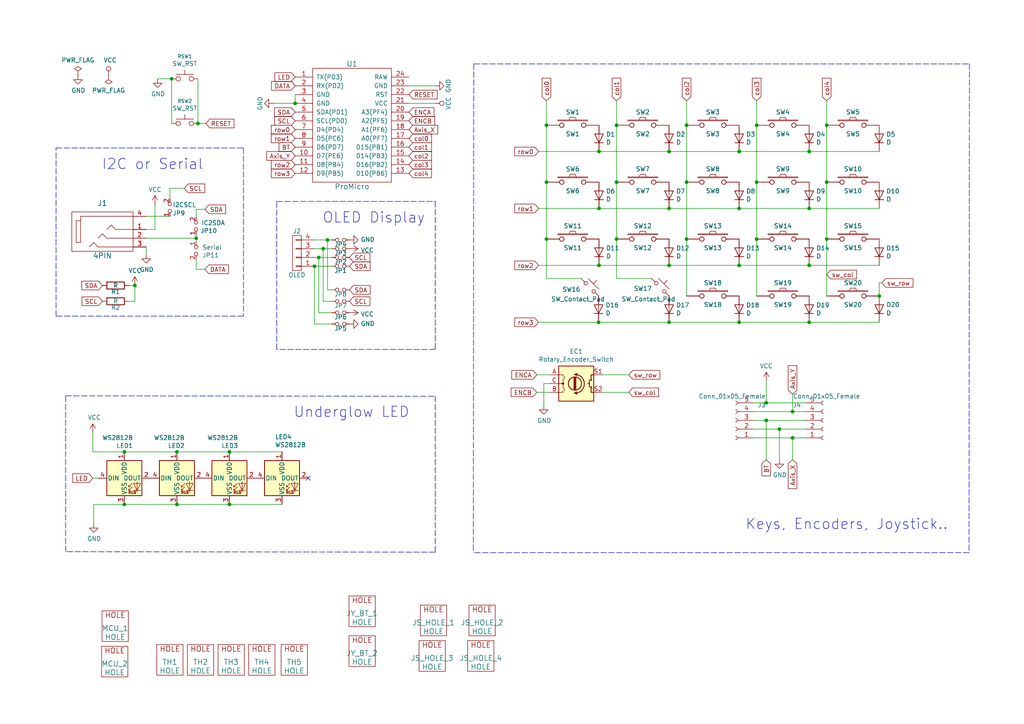
<source format=kicad_sch>
(kicad_sch (version 20211123) (generator eeschema)
  (paper "A4")
  (lib_symbols
    (symbol "Connector:Conn_01x05_Female" (pin_names (offset 1.016) hide)
      (property "Reference" "J" (at 0 7.62 0))
      (property "Value" "Conn_01x05_Female" (at 0 -7.62 0))
      (symbol "Conn_01x05_Female_1_1"
        (pin passive line (at -5.08 5.08 0) (length 3.81) (name "Pin_1") (number "1"))
        (pin passive line (at -5.08 2.54 0) (length 3.81) (name "Pin_2") (number "2"))
        (pin passive line (at -5.08 0 0) (length 3.81) (name "Pin_3") (number "3"))
        (pin passive line (at -5.08 -2.54 0) (length 3.81) (name "Pin_4") (number "4"))
        (pin passive line (at -5.08 -5.08 0) (length 3.81) (name "Pin_5") (number "5"))
      )
    )
    (symbol "Device:Jumper_NO_Small" (pin_numbers hide) (pin_names (offset 0.762) hide)
      (property "Reference" "JP" (at 0 2.032 0))
      (property "Value" "Device_Jumper_NO_Small" (at 0.254 -1.524 0))
      (symbol "Jumper_NO_Small_0_1"
        (pin passive line (at -2.54 0 0) (length 1.016) (name "1") (number "1"))
        (pin passive line (at 2.54 0 180) (length 1.016) (name "2") (number "2"))
      )
    )
    (symbol "Device:Rotary_Encoder_Switch" (pin_names (offset 0.254) hide)
      (property "Reference" "SW" (at 0 6.604 0))
      (property "Value" "Device_Rotary_Encoder_Switch" (at 0 -6.604 0))
      (symbol "Rotary_Encoder_Switch_1_1"
        (pin passive line (at -7.62 2.54 0) (length 2.54) (name "A") (number "A"))
        (pin passive line (at -7.62 -2.54 0) (length 2.54) (name "B") (number "B"))
        (pin passive line (at -7.62 0 0) (length 2.54) (name "C") (number "C"))
        (pin passive line (at 7.62 2.54 180) (length 2.54) (name "S1") (number "S1"))
        (pin passive line (at 7.62 -2.54 180) (length 2.54) (name "S2") (number "S2"))
      )
    )
    (symbol "Jumper_NO_Small_1" (pin_names (offset 0.762) hide)
      (property "Reference" "JP" (at 0 2.032 0))
      (property "Value" "Jumper_NO_Small_1" (at 0.254 -1.524 0))
      (symbol "Jumper_NO_Small_1_0_1"
        (pin passive line (at -2.54 0 0) (length 1.016) (name "1") (number "1"))
        (pin passive line (at 2.54 0 180) (length 1.016) (name "2") (number "2"))
      )
    )
    (symbol "Jumper_NO_Small_2" (pin_names (offset 0.762) hide)
      (property "Reference" "JP" (at 0 2.032 0))
      (property "Value" "Jumper_NO_Small_2" (at 0.254 -1.524 0))
      (symbol "Jumper_NO_Small_2_0_1"
        (pin passive line (at -2.54 0 0) (length 1.016) (name "1") (number "1"))
        (pin passive line (at 2.54 0 180) (length 1.016) (name "2") (number "2"))
      )
    )
    (symbol "Jumper_NO_Small_3" (pin_names (offset 0.762) hide)
      (property "Reference" "JP" (at 0 2.032 0))
      (property "Value" "Jumper_NO_Small_3" (at 0.254 -1.524 0))
      (symbol "Jumper_NO_Small_3_0_1"
        (pin passive line (at -2.54 0 0) (length 1.016) (name "1") (number "1"))
        (pin passive line (at 2.54 0 180) (length 1.016) (name "2") (number "2"))
      )
    )
    (symbol "LED:WS2812B" (pin_names (offset 0.254))
      (property "Reference" "D" (at 5.08 5.715 0))
      (property "Value" "WS2812B" (at 1.27 -5.715 0))
      (symbol "WS2812B_0_0"
        (text "RGB" (at 2.286 -4.191 0) (effects (font (size 0.762 0.762))))
      )
      (symbol "WS2812B_1_1"
        (pin power_in line (at 0 7.62 270) (length 2.54) (name "VDD") (number "1"))
        (pin output line (at 7.62 0 180) (length 2.54) (name "DOUT") (number "2"))
        (pin power_in line (at 0 -7.62 90) (length 2.54) (name "VSS") (number "3"))
        (pin input line (at -7.62 0 0) (length 2.54) (name "DIN") (number "4"))
      )
    )
    (symbol "SofleKeyboard-rescue:D-Lily58-cache-Lily58_Pro-rescue" (pin_numbers hide) (pin_names (offset 1.016) hide)
      (property "Reference" "D" (at 0 2.54 0))
      (property "Value" "D-Lily58-cache-Lily58_Pro-rescue" (at 0 -2.54 0))
      (symbol "D-Lily58-cache-Lily58_Pro-rescue_1_1"
        (pin passive line (at -3.81 0 0) (length 2.54) (name "K") (number "1"))
        (pin passive line (at 3.81 0 180) (length 2.54) (name "A") (number "2"))
      )
    )
    (symbol "SofleKeyboard-rescue:GND-Lily58-cache-Lily58_Pro-rescue" (power) (pin_names (offset 0))
      (property "Value" "GND-Lily58-cache-Lily58_Pro-rescue" (at 0 -3.81 0))
      (symbol "GND-Lily58-cache-Lily58_Pro-rescue_1_1"
        (pin power_in line (at 0 0 0) (length 0) hide (name "GND") (number "1"))
      )
    )
    (symbol "SofleKeyboard-rescue:HOLE-Lily58-cache-Lily58_Pro-rescue" (pin_names (offset 1.016))
      (property "Reference" "U" (at 0 0 0))
      (property "Value" "HOLE-Lily58-cache-Lily58_Pro-rescue" (at 0 -5.08 0))
      (symbol "HOLE-Lily58-cache-Lily58_Pro-rescue_0_0"
        (text "HOLE" (at 0 3.81 0) (effects (font (size 1.524 1.524))))
      )
    )
    (symbol "SofleKeyboard-rescue:MJ-4PP-9-Lily58-cache-Lily58_Pro-rescue" (pin_names (offset 1.016))
      (property "Reference" "J" (at -8.89 -7.62 0))
      (property "Value" "MJ-4PP-9-Lily58-cache-Lily58_Pro-rescue" (at -3.81 6.35 0))
      (symbol "MJ-4PP-9-Lily58-cache-Lily58_Pro-rescue_1_1"
        (pin passive line (at 11.43 0 180) (length 3.81) (name "~") (number "1"))
        (pin passive line (at 11.43 -2.54 180) (length 3.81) (name "~") (number "2"))
        (pin passive line (at 11.43 -5.08 180) (length 3.81) (name "~") (number "3"))
        (pin passive line (at 11.43 3.81 180) (length 3.81) (name "~") (number "4"))
      )
    )
    (symbol "SofleKeyboard-rescue:OLED-Lily58-cache-Lily58_Pro-rescue" (pin_names (offset 1.016) hide)
      (property "Reference" "J" (at 0 6.35 0))
      (property "Value" "OLED-Lily58-cache-Lily58_Pro-rescue" (at 2.54 0 90))
      (symbol "OLED-Lily58-cache-Lily58_Pro-rescue_1_1"
        (pin passive line (at -5.08 3.81 0) (length 3.81) (name "P1") (number "1"))
        (pin passive line (at -5.08 1.27 0) (length 3.81) (name "P2") (number "2"))
        (pin passive line (at -5.08 -1.27 0) (length 3.81) (name "P3") (number "3"))
        (pin passive line (at -5.08 -3.81 0) (length 3.81) (name "P4") (number "4"))
      )
    )
    (symbol "SofleKeyboard-rescue:PWR_FLAG-Lily58-cache-Lily58_Pro-rescue" (power) (pin_numbers hide) (pin_names (offset 0) hide)
      (property "Value" "PWR_FLAG-Lily58-cache-Lily58_Pro-rescue" (at 0 3.81 0))
      (symbol "PWR_FLAG-Lily58-cache-Lily58_Pro-rescue_0_0"
        (pin power_out line (at 0 0 90) (length 0) (name "pwr") (number "1"))
      )
    )
    (symbol "SofleKeyboard-rescue:ProMicro_2-Lily58-cache-Lily58_Pro-rescue" (pin_names (offset 1.016))
      (property "Reference" "U" (at 0 17.78 0))
      (property "Value" "ProMicro_2-Lily58-cache-Lily58_Pro-rescue" (at 0 -17.78 0))
      (symbol "ProMicro_2-Lily58-cache-Lily58_Pro-rescue_1_1"
        (pin input line (at -16.51 13.97 0) (length 5.08) (name "TX(PD3)") (number "1"))
        (pin input line (at -16.51 -8.89 0) (length 5.08) (name "D7(PE6)") (number "10"))
        (pin input line (at -16.51 -11.43 0) (length 5.08) (name "D8(PB4)") (number "11"))
        (pin input line (at -16.51 -13.97 0) (length 5.08) (name "D9(PB5)") (number "12"))
        (pin input line (at 16.51 -13.97 180) (length 5.08) (name "D10(PB6)") (number "13"))
        (pin input line (at 16.51 -11.43 180) (length 5.08) (name "D16(PB2)") (number "14"))
        (pin input line (at 16.51 -8.89 180) (length 5.08) (name "D14(PB3)") (number "15"))
        (pin input line (at 16.51 -6.35 180) (length 5.08) (name "D15(PB1)") (number "16"))
        (pin input line (at 16.51 -3.81 180) (length 5.08) (name "A0(PF7)") (number "17"))
        (pin input line (at 16.51 -1.27 180) (length 5.08) (name "A1(PF6)") (number "18"))
        (pin input line (at 16.51 1.27 180) (length 5.08) (name "A2(PF5)") (number "19"))
        (pin input line (at -16.51 11.43 0) (length 5.08) (name "RX(PD2)") (number "2"))
        (pin input line (at 16.51 3.81 180) (length 5.08) (name "A3(PF4)") (number "20"))
        (pin input line (at 16.51 6.35 180) (length 5.08) (name "VCC") (number "21"))
        (pin input line (at 16.51 8.89 180) (length 5.08) (name "RST") (number "22"))
        (pin input line (at 16.51 11.43 180) (length 5.08) (name "GND") (number "23"))
        (pin input line (at 16.51 13.97 180) (length 5.08) (name "RAW") (number "24"))
        (pin input line (at -16.51 8.89 0) (length 5.08) (name "GND") (number "3"))
        (pin input line (at -16.51 6.35 0) (length 5.08) (name "GND") (number "4"))
        (pin input line (at -16.51 3.81 0) (length 5.08) (name "SDA(PD1)") (number "5"))
        (pin input line (at -16.51 1.27 0) (length 5.08) (name "SCL(PD0)") (number "6"))
        (pin input line (at -16.51 -1.27 0) (length 5.08) (name "D4(PD4)") (number "7"))
        (pin input line (at -16.51 -3.81 0) (length 5.08) (name "D5(PC6)") (number "8"))
        (pin input line (at -16.51 -6.35 0) (length 5.08) (name "D6(PD7)") (number "9"))
      )
    )
    (symbol "SofleKeyboard-rescue:R-Lily58-cache-Lily58_Pro-rescue" (pin_numbers hide) (pin_names (offset 0))
      (property "Reference" "R" (at 0 0 90))
      (property "Value" "R-Lily58-cache-Lily58_Pro-rescue" (at -2.54 0 90))
      (symbol "R-Lily58-cache-Lily58_Pro-rescue_1_1"
        (pin passive line (at 0 3.81 270) (length 1.27) (name "~") (number "1"))
        (pin passive line (at 0 -3.81 90) (length 1.27) (name "~") (number "2"))
      )
    )
    (symbol "SofleKeyboard-rescue:SW_PUSH-Lily58-cache-Lily58_Pro-rescue" (pin_numbers hide) (pin_names (offset 1.016) hide)
      (property "Reference" "SW" (at 3.81 2.794 0))
      (property "Value" "SW_PUSH-Lily58-cache-Lily58_Pro-rescue" (at 0 -2.032 0))
      (symbol "SW_PUSH-Lily58-cache-Lily58_Pro-rescue_0_1"
        (pin passive inverted (at -7.62 0 0) (length 5.08) (name "1") (number "1"))
        (pin passive inverted (at 7.62 0 180) (length 5.08) (name "2") (number "2"))
      )
    )
    (symbol "SofleKeyboard-rescue:SW_RST-Lily58-cache-Lily58_Pro-rescue" (pin_numbers hide) (pin_names (offset 1.016) hide)
      (property "Reference" "RSW" (at 2.54 2.54 0))
      (property "Value" "SW_RST-Lily58-cache-Lily58_Pro-rescue" (at 0 -2.54 0))
      (symbol "SW_RST-Lily58-cache-Lily58_Pro-rescue_0_1"
        (pin passive inverted (at -3.81 0 0) (length 2.54) (name "1") (number "1"))
        (pin passive inverted (at 3.81 0 180) (length 2.54) (name "2") (number "2"))
      )
    )
    (symbol "SofleKeyboard-rescue:VCC-Lily58-cache-Lily58_Pro-rescue" (power) (pin_names (offset 0))
      (property "Value" "VCC-Lily58-cache-Lily58_Pro-rescue" (at 0 3.81 0))
      (symbol "VCC-Lily58-cache-Lily58_Pro-rescue_1_1"
        (pin power_in line (at 0 0 90) (length 0) hide (name "VCC") (number "1"))
      )
    )
    (symbol "Switch:SW_Push_45deg" (pin_numbers hide) (pin_names (offset 1.016) hide)
      (property "Reference" "SW" (at 3.048 1.016 0))
      (property "Value" "SW_Push_45deg" (at 0 -3.81 0))
      (symbol "SW_Push_45deg_0_1"
        (pin passive line (at -2.54 2.54 0) (length 0) (name "1") (number "1"))
        (pin passive line (at 2.54 -2.54 180) (length 0) (name "2") (number "2"))
      )
    )
    (symbol "power:GND" (power) (pin_names (offset 0))
      (property "Value" "GND" (at 0 -3.81 0))
      (symbol "GND_1_1"
        (pin power_in line (at 0 0 270) (length 0) hide (name "GND") (number "1"))
      )
    )
    (symbol "power:VCC" (power) (pin_names (offset 0))
      (property "Value" "VCC" (at 0 3.81 0))
      (symbol "VCC_1_1"
        (pin power_in line (at 0 0 90) (length 0) hide (name "VCC") (number "1"))
      )
    )
  )
  (junction (at 49.784 22.86))
  (junction (at 92.456 74.676))
  (junction (at 219.456 52.832))
  (junction (at 94.996 69.596))
  (junction (at 173.736 76.962))
  (junction (at 93.726 72.136))
  (junction (at 214.376 93.472))
  (junction (at 173.736 43.942))
  (junction (at 158.496 52.832))
  (junction (at 239.776 36.322))
  (junction (at 66.548 131.064))
  (junction (at 173.736 60.452))
  (junction (at 194.056 60.452))
  (junction (at 239.776 69.342))
  (junction (at 39.116 82.804))
  (junction (at 234.696 43.942))
  (junction (at 51.308 131.064))
  (junction (at 239.776 52.832))
  (junction (at 199.136 69.342))
  (junction (at 214.376 43.942))
  (junction (at 199.136 52.832))
  (junction (at 66.548 146.304))
  (junction (at 178.816 52.832))
  (junction (at 51.308 146.304))
  (junction (at 36.068 131.064))
  (junction (at 85.598 29.972))
  (junction (at 219.456 69.342))
  (junction (at 234.696 60.452))
  (junction (at 57.404 35.814))
  (junction (at 222.25 121.92))
  (junction (at 36.068 146.304))
  (junction (at 194.056 93.472))
  (junction (at 229.87 119.38))
  (junction (at 178.816 36.322))
  (junction (at 234.696 93.472))
  (junction (at 214.376 76.962))
  (junction (at 194.056 43.942))
  (junction (at 214.376 60.452))
  (junction (at 158.496 69.342))
  (junction (at 219.456 36.322))
  (junction (at 178.816 69.342))
  (junction (at 56.896 69.088))
  (junction (at 158.496 36.322))
  (junction (at 194.056 76.962))
  (junction (at 226.06 124.46))
  (junction (at 234.696 76.962))
  (junction (at 91.186 77.216))
  (junction (at 199.136 36.322))
  (junction (at 173.609 93.472))
  (junction (at 255.016 85.852))
  (junction (at 222.25 116.84))
  (junction (at 229.87 127))
  (no_connect (at 89.408 138.684))
  (wire (pts (xy 178.816 69.342) (xy 178.816 80.772)))
  (wire (pts (xy 173.736 76.962) (xy 194.056 76.962)))
  (wire (pts (xy 157.734 117.602) (xy 157.734 111.252)))
  (polyline (pts (xy 137.414 18.542) (xy 281.178 18.542)))
  (wire (pts (xy 178.816 29.21) (xy 178.816 36.322)))
  (wire (pts (xy 188.976 80.772) (xy 178.816 80.772)))
  (wire (pts (xy 158.496 29.21) (xy 158.496 36.322)))
  (wire (pts (xy 155.702 108.712) (xy 159.512 108.712)))
  (wire (pts (xy 56.896 70.104) (xy 56.896 69.088)))
  (wire (pts (xy 57.404 35.814) (xy 59.69 35.814)))
  (wire (pts (xy 155.702 113.792) (xy 159.512 113.792)))
  (wire (pts (xy 214.376 60.452) (xy 234.696 60.452)))
  (wire (pts (xy 92.456 74.676) (xy 92.456 90.678)))
  (wire (pts (xy 156.21 43.942) (xy 173.736 43.942)))
  (wire (pts (xy 218.44 127) (xy 229.87 127)))
  (wire (pts (xy 229.87 119.38) (xy 233.68 119.38)))
  (wire (pts (xy 255.778 82.042) (xy 255.016 82.042)))
  (wire (pts (xy 94.996 84.074) (xy 96.266 84.074)))
  (wire (pts (xy 56.896 69.088) (xy 56.896 68.072)))
  (wire (pts (xy 214.376 76.962) (xy 234.696 76.962)))
  (wire (pts (xy 173.736 43.942) (xy 194.056 43.942)))
  (wire (pts (xy 85.598 29.972) (xy 79.248 29.972)))
  (polyline (pts (xy 16.256 42.926) (xy 70.612 42.926)))
  (wire (pts (xy 199.136 69.342) (xy 199.136 85.852)))
  (polyline (pts (xy 16.256 91.694) (xy 16.256 42.926)))
  (wire (pts (xy 91.186 69.596) (xy 94.996 69.596)))
  (wire (pts (xy 36.068 146.304) (xy 51.308 146.304)))
  (polyline (pts (xy 126.238 160.147) (xy 19.05 160.02)))
  (wire (pts (xy 37.338 87.376) (xy 39.116 87.376)))
  (wire (pts (xy 66.548 131.064) (xy 51.308 131.064)))
  (wire (pts (xy 234.696 60.452) (xy 255.016 60.452)))
  (polyline (pts (xy 126.238 101.346) (xy 80.264 101.346)))
  (polyline (pts (xy 281.178 18.542) (xy 281.051 160.274)))
  (wire (pts (xy 255.016 82.042) (xy 255.016 85.852)))
  (wire (pts (xy 234.696 93.472) (xy 255.016 93.472)))
  (polyline (pts (xy 70.612 42.926) (xy 70.612 91.694)))
  (wire (pts (xy 218.44 119.38) (xy 229.87 119.38)))
  (wire (pts (xy 158.496 52.832) (xy 158.496 69.342)))
  (wire (pts (xy 194.056 43.942) (xy 214.376 43.942)))
  (wire (pts (xy 194.056 60.452) (xy 214.376 60.452)))
  (wire (pts (xy 56.896 78.105) (xy 56.896 75.184)))
  (polyline (pts (xy 70.612 91.694) (xy 16.256 91.694)))
  (wire (pts (xy 26.924 138.684) (xy 28.448 138.684)))
  (polyline (pts (xy 80.264 58.42) (xy 126.238 58.42)))
  (wire (pts (xy 178.816 52.832) (xy 178.816 69.342)))
  (wire (pts (xy 93.726 87.376) (xy 96.266 87.376)))
  (wire (pts (xy 178.816 36.322) (xy 178.816 52.832)))
  (polyline (pts (xy 19.05 160.02) (xy 19.05 114.808)))
  (wire (pts (xy 218.44 124.46) (xy 226.06 124.46)))
  (wire (pts (xy 66.548 146.304) (xy 81.788 146.304)))
  (wire (pts (xy 118.618 24.892) (xy 126.238 24.892)))
  (wire (pts (xy 91.186 74.676) (xy 92.456 74.676)))
  (wire (pts (xy 91.186 93.98) (xy 96.266 93.98)))
  (wire (pts (xy 168.529 80.772) (xy 158.496 80.772)))
  (wire (pts (xy 44.958 66.548) (xy 44.958 59.309)))
  (wire (pts (xy 199.136 29.21) (xy 199.136 36.322)))
  (polyline (pts (xy 281.051 160.274) (xy 137.287 160.274)))
  (wire (pts (xy 42.418 71.628) (xy 42.418 73.787)))
  (wire (pts (xy 239.776 29.21) (xy 239.776 36.322)))
  (wire (pts (xy 156.21 60.452) (xy 173.736 60.452)))
  (wire (pts (xy 222.25 121.92) (xy 222.25 133.35)))
  (wire (pts (xy 222.25 110.49) (xy 222.25 116.84)))
  (wire (pts (xy 158.496 36.322) (xy 158.496 52.832)))
  (wire (pts (xy 173.609 93.472) (xy 194.056 93.472)))
  (wire (pts (xy 234.696 43.942) (xy 255.016 43.942)))
  (wire (pts (xy 49.276 54.61) (xy 49.276 57.658)))
  (polyline (pts (xy 137.414 18.542) (xy 137.287 160.274)))
  (wire (pts (xy 26.924 131.064) (xy 36.068 131.064)))
  (wire (pts (xy 239.776 69.342) (xy 239.776 85.852)))
  (wire (pts (xy 37.338 82.804) (xy 39.116 82.804)))
  (wire (pts (xy 91.186 77.216) (xy 91.186 93.98)))
  (wire (pts (xy 27.178 146.304) (xy 36.068 146.304)))
  (polyline (pts (xy 126.238 114.935) (xy 126.238 160.147)))
  (wire (pts (xy 51.308 131.064) (xy 36.068 131.064)))
  (wire (pts (xy 229.87 114.3) (xy 229.87 119.38)))
  (wire (pts (xy 199.136 52.832) (xy 199.136 69.342)))
  (wire (pts (xy 234.696 76.962) (xy 255.016 76.962)))
  (wire (pts (xy 229.87 127) (xy 233.68 127)))
  (wire (pts (xy 93.726 72.136) (xy 93.726 87.376)))
  (wire (pts (xy 91.186 72.136) (xy 93.726 72.136)))
  (wire (pts (xy 219.456 36.322) (xy 219.456 52.832)))
  (wire (pts (xy 51.308 146.304) (xy 66.548 146.304)))
  (wire (pts (xy 39.116 87.376) (xy 39.116 82.804)))
  (wire (pts (xy 156.21 76.962) (xy 173.736 76.962)))
  (wire (pts (xy 27.178 146.304) (xy 27.178 151.892)))
  (wire (pts (xy 157.734 111.252) (xy 159.512 111.252)))
  (polyline (pts (xy 19.05 114.808) (xy 126.238 114.935)))
  (wire (pts (xy 94.996 69.596) (xy 96.266 69.596)))
  (wire (pts (xy 93.726 72.136) (xy 96.266 72.136)))
  (wire (pts (xy 26.924 125.476) (xy 26.924 131.064)))
  (wire (pts (xy 226.06 124.46) (xy 226.06 133.35)))
  (wire (pts (xy 226.06 124.46) (xy 233.68 124.46)))
  (wire (pts (xy 59.436 60.706) (xy 56.896 60.706)))
  (wire (pts (xy 219.456 69.342) (xy 219.456 85.852)))
  (wire (pts (xy 92.456 74.676) (xy 96.266 74.676)))
  (wire (pts (xy 85.598 27.432) (xy 85.598 29.972)))
  (wire (pts (xy 49.784 35.814) (xy 49.784 22.86)))
  (wire (pts (xy 222.25 116.84) (xy 233.68 116.84)))
  (wire (pts (xy 214.376 43.942) (xy 234.696 43.942)))
  (wire (pts (xy 118.618 29.972) (xy 126.238 29.972)))
  (wire (pts (xy 156.21 93.472) (xy 173.609 93.472)))
  (wire (pts (xy 96.266 77.216) (xy 91.186 77.216)))
  (wire (pts (xy 42.418 69.088) (xy 56.896 69.088)))
  (wire (pts (xy 174.752 108.712) (xy 182.372 108.712)))
  (wire (pts (xy 173.736 60.452) (xy 194.056 60.452)))
  (wire (pts (xy 194.056 93.472) (xy 214.376 93.472)))
  (wire (pts (xy 229.87 127) (xy 229.87 133.35)))
  (wire (pts (xy 222.25 121.92) (xy 233.68 121.92)))
  (wire (pts (xy 56.896 60.706) (xy 56.896 62.992)))
  (wire (pts (xy 174.752 113.792) (xy 182.372 113.792)))
  (polyline (pts (xy 126.238 58.42) (xy 126.238 101.346)))
  (wire (pts (xy 239.776 36.322) (xy 239.776 52.832)))
  (wire (pts (xy 219.456 29.21) (xy 219.456 36.322)))
  (wire (pts (xy 94.996 69.596) (xy 94.996 84.074)))
  (wire (pts (xy 42.418 62.738) (xy 49.276 62.738)))
  (wire (pts (xy 59.436 78.105) (xy 56.896 78.105)))
  (polyline (pts (xy 80.264 101.346) (xy 80.264 58.42)))
  (wire (pts (xy 239.776 52.832) (xy 239.776 69.342)))
  (wire (pts (xy 42.418 66.548) (xy 44.958 66.548)))
  (wire (pts (xy 194.056 76.962) (xy 214.376 76.962)))
  (wire (pts (xy 45.72 22.86) (xy 49.784 22.86)))
  (wire (pts (xy 57.404 22.86) (xy 57.404 35.814)))
  (wire (pts (xy 199.136 36.322) (xy 199.136 52.832)))
  (wire (pts (xy 218.44 116.84) (xy 222.25 116.84)))
  (wire (pts (xy 218.44 121.92) (xy 222.25 121.92)))
  (wire (pts (xy 214.376 93.472) (xy 234.696 93.472)))
  (wire (pts (xy 81.788 131.064) (xy 66.548 131.064)))
  (wire (pts (xy 53.467 54.61) (xy 49.276 54.61)))
  (wire (pts (xy 92.456 90.678) (xy 96.266 90.678)))
  (wire (pts (xy 158.496 80.772) (xy 158.496 69.342)))
  (wire (pts (xy 219.456 52.832) (xy 219.456 69.342)))
  (text "Keys, Encoders, Joystick.." (at 216.154 153.924 0) (effects (font (size 2.9972 2.9972)) (justify left bottom)))
  (text "OLED Display" (at 93.472 65.024 0) (effects (font (size 2.9972 2.9972)) (justify left bottom)))
  (text "Underglow LED" (at 85.09 121.412 0) (effects (font (size 2.9972 2.9972)) (justify left bottom)))
  (text "I2C or Serial" (at 29.464 49.53 0) (effects (font (size 2.9972 2.9972)) (justify left bottom)))
  (global_label "row2" (shape input) (at 156.21 76.962 180) (property "Intersheet References" "${INTERSHEET_REFS}" (effects hide)))
  (global_label "row1" (shape input) (at 85.598 40.132 180) (property "Intersheet References" "${INTERSHEET_REFS}" (effects hide)))
  (global_label "Axis_X" (shape input) (at 118.618 37.592 0) (property "Intersheet References" "${INTERSHEET_REFS}" (effects hide)))
  (global_label "DATA" (shape input) (at 59.436 78.105 0) (property "Intersheet References" "${INTERSHEET_REFS}" (effects hide)))
  (global_label "SCL" (shape input) (at 85.598 35.052 180) (property "Intersheet References" "${INTERSHEET_REFS}" (effects hide)))
  (global_label "Axis_Y" (shape input) (at 85.598 45.212 180) (property "Intersheet References" "${INTERSHEET_REFS}" (effects hide)))
  (global_label "row3" (shape input) (at 85.598 50.292 180) (property "Intersheet References" "${INTERSHEET_REFS}" (effects hide)))
  (global_label "ENCA" (shape input) (at 118.618 32.512 0) (property "Intersheet References" "${INTERSHEET_REFS}" (effects hide)))
  (global_label "col3" (shape input) (at 118.618 47.752 0) (property "Intersheet References" "${INTERSHEET_REFS}" (effects hide)))
  (global_label "SDA" (shape input) (at 101.346 77.216 0) (property "Intersheet References" "${INTERSHEET_REFS}" (effects hide)))
  (global_label "DATA" (shape input) (at 85.598 24.892 180) (property "Intersheet References" "${INTERSHEET_REFS}" (effects hide)))
  (global_label "BT" (shape input) (at 222.25 133.35 270) (property "Intersheet References" "${INTERSHEET_REFS}" (effects hide)))
  (global_label "SDA" (shape input) (at 85.598 32.512 180) (property "Intersheet References" "${INTERSHEET_REFS}" (effects hide)))
  (global_label "SDA" (shape input) (at 59.436 60.706 0) (property "Intersheet References" "${INTERSHEET_REFS}" (effects hide)))
  (global_label "sw_col" (shape input) (at 239.776 79.629 0) (property "Intersheet References" "${INTERSHEET_REFS}" (effects hide)))
  (global_label "ENCB" (shape input) (at 155.702 113.792 180) (property "Intersheet References" "${INTERSHEET_REFS}" (effects hide)))
  (global_label "row2" (shape input) (at 85.598 47.752 180) (property "Intersheet References" "${INTERSHEET_REFS}" (effects hide)))
  (global_label "SDA" (shape input) (at 101.346 84.074 0) (property "Intersheet References" "${INTERSHEET_REFS}" (effects hide)))
  (global_label "row3" (shape input) (at 156.21 93.472 180) (property "Intersheet References" "${INTERSHEET_REFS}" (effects hide)))
  (global_label "row0" (shape input) (at 156.21 43.942 180) (property "Intersheet References" "${INTERSHEET_REFS}" (effects hide)))
  (global_label "sw_row" (shape input) (at 182.372 108.712 0) (property "Intersheet References" "${INTERSHEET_REFS}" (effects hide)))
  (global_label "Axis_X" (shape input) (at 229.87 133.35 270) (property "Intersheet References" "${INTERSHEET_REFS}" (effects hide)))
  (global_label "row1" (shape input) (at 156.21 60.452 180) (property "Intersheet References" "${INTERSHEET_REFS}" (effects hide)))
  (global_label "sw_col" (shape input) (at 182.372 113.792 0) (property "Intersheet References" "${INTERSHEET_REFS}" (effects hide)))
  (global_label "ENCA" (shape input) (at 155.702 108.712 180) (property "Intersheet References" "${INTERSHEET_REFS}" (effects hide)))
  (global_label "SCL" (shape input) (at 101.346 74.676 0) (property "Intersheet References" "${INTERSHEET_REFS}" (effects hide)))
  (global_label "LED" (shape input) (at 85.598 22.352 180) (property "Intersheet References" "${INTERSHEET_REFS}" (effects hide)))
  (global_label "col3" (shape input) (at 219.456 29.21 90) (property "Intersheet References" "${INTERSHEET_REFS}" (effects hide)))
  (global_label "col2" (shape input) (at 199.136 29.21 90) (property "Intersheet References" "${INTERSHEET_REFS}" (effects hide)))
  (global_label "SCL" (shape input) (at 29.718 87.376 180) (property "Intersheet References" "${INTERSHEET_REFS}" (effects hide)))
  (global_label "LED" (shape input) (at 26.924 138.684 180) (property "Intersheet References" "${INTERSHEET_REFS}" (effects hide)))
  (global_label "RESET" (shape input) (at 118.618 27.432 0) (property "Intersheet References" "${INTERSHEET_REFS}" (effects hide)))
  (global_label "col2" (shape input) (at 118.618 45.212 0) (property "Intersheet References" "${INTERSHEET_REFS}" (effects hide)))
  (global_label "col0" (shape input) (at 118.618 40.132 0) (property "Intersheet References" "${INTERSHEET_REFS}" (effects hide)))
  (global_label "col4" (shape input) (at 118.618 50.292 0) (property "Intersheet References" "${INTERSHEET_REFS}" (effects hide)))
  (global_label "ENCB" (shape input) (at 118.618 35.052 0) (property "Intersheet References" "${INTERSHEET_REFS}" (effects hide)))
  (global_label "BT" (shape input) (at 85.598 42.672 180) (property "Intersheet References" "${INTERSHEET_REFS}" (effects hide)))
  (global_label "col4" (shape input) (at 239.776 29.21 90) (property "Intersheet References" "${INTERSHEET_REFS}" (effects hide)))
  (global_label "SDA" (shape input) (at 29.718 82.804 180) (property "Intersheet References" "${INTERSHEET_REFS}" (effects hide)))
  (global_label "col1" (shape input) (at 178.816 29.21 90) (property "Intersheet References" "${INTERSHEET_REFS}" (effects hide)))
  (global_label "col1" (shape input) (at 118.618 42.672 0) (property "Intersheet References" "${INTERSHEET_REFS}" (effects hide)))
  (global_label "SCL" (shape input) (at 101.346 87.376 0) (property "Intersheet References" "${INTERSHEET_REFS}" (effects hide)))
  (global_label "Axis_Y" (shape input) (at 229.87 114.3 90) (property "Intersheet References" "${INTERSHEET_REFS}" (effects hide)))
  (global_label "RESET" (shape input) (at 59.69 35.814 0) (property "Intersheet References" "${INTERSHEET_REFS}" (effects hide)))
  (global_label "sw_row" (shape input) (at 255.778 82.042 0) (property "Intersheet References" "${INTERSHEET_REFS}" (effects hide)))
  (global_label "col0" (shape input) (at 158.496 29.21 90) (property "Intersheet References" "${INTERSHEET_REFS}" (effects hide)))
  (global_label "row0" (shape input) (at 85.598 37.592 180) (property "Intersheet References" "${INTERSHEET_REFS}" (effects hide)))
  (global_label "SCL" (shape input) (at 53.467 54.61 0) (property "Intersheet References" "${INTERSHEET_REFS}" (effects hide)))
  (symbol (lib_id "SofleKeyboard-rescue:ProMicro_2-Lily58-cache-Lily58_Pro-rescue") (at 102.108 36.322 0) (unit 1)
    (property "Reference" "U1" (at 102.108 18.542 0) (effects (font (size 1.524 1.524))))
    (property "Value" "ProMicro" (at 102.108 54.102 0) (effects (font (size 1.524 1.524))))
    (property "Footprint" "jw_custom_footprint:ProMicro_jumper_pad_only" (effects hide))
  )
  (symbol (lib_id "SofleKeyboard-rescue:SW_PUSH-Lily58-cache-Lily58_Pro-rescue") (at 166.116 36.322 0) (unit 1)
    (property "Reference" "SW1" (at 166.116 32.512 0))
    (property "Value" "SW1" (at 166.116 38.862 0))
    (property "Footprint" "jw_custom_footprint:CherryMX_Hotswap" (effects hide))
  )
  (symbol (lib_id "SofleKeyboard-rescue:SW_PUSH-Lily58-cache-Lily58_Pro-rescue") (at 186.436 36.322 0) (unit 1)
    (property "Reference" "SW2" (at 186.436 32.512 0))
    (property "Value" "SW2" (at 186.436 38.862 0))
    (property "Footprint" "jw_custom_footprint:CherryMX_Hotswap" (effects hide))
  )
  (symbol (lib_id "SofleKeyboard-rescue:SW_PUSH-Lily58-cache-Lily58_Pro-rescue") (at 206.756 36.322 0) (unit 1)
    (property "Reference" "SW3" (at 206.756 32.512 0))
    (property "Value" "SW3" (at 206.756 38.862 0))
    (property "Footprint" "jw_custom_footprint:CherryMX_Hotswap" (effects hide))
  )
  (symbol (lib_id "SofleKeyboard-rescue:SW_PUSH-Lily58-cache-Lily58_Pro-rescue") (at 227.076 36.322 0) (unit 1)
    (property "Reference" "SW4" (at 227.076 32.512 0))
    (property "Value" "SW4" (at 227.076 38.862 0))
    (property "Footprint" "jw_custom_footprint:CherryMX_Hotswap" (effects hide))
  )
  (symbol (lib_id "SofleKeyboard-rescue:SW_PUSH-Lily58-cache-Lily58_Pro-rescue") (at 247.396 36.322 0) (unit 1)
    (property "Reference" "SW5" (at 247.396 32.512 0))
    (property "Value" "SW5" (at 247.396 38.862 0))
    (property "Footprint" "jw_custom_footprint:CherryMX_Hotswap" (effects hide))
  )
  (symbol (lib_id "SofleKeyboard-rescue:D-Lily58-cache-Lily58_Pro-rescue") (at 173.736 40.132 90) (unit 1)
    (property "Reference" "D1" (at 175.7426 38.9636 90) (effects (justify right)))
    (property "Value" "D" (at 175.7426 41.275 90) (effects (justify right)))
    (property "Footprint" "jw_custom_footprint:Diode_SOD123_THT" (effects hide))
  )
  (symbol (lib_id "SofleKeyboard-rescue:D-Lily58-cache-Lily58_Pro-rescue") (at 194.056 40.132 90) (unit 1)
    (property "Reference" "D2" (at 196.0626 38.9636 90) (effects (justify right)))
    (property "Value" "D" (at 196.0626 41.275 90) (effects (justify right)))
    (property "Footprint" "jw_custom_footprint:Diode_SOD123_THT" (effects hide))
  )
  (symbol (lib_id "SofleKeyboard-rescue:D-Lily58-cache-Lily58_Pro-rescue") (at 214.376 40.132 90) (unit 1)
    (property "Reference" "D3" (at 216.3826 38.9636 90) (effects (justify right)))
    (property "Value" "D" (at 216.3826 41.275 90) (effects (justify right)))
    (property "Footprint" "jw_custom_footprint:Diode_SOD123_THT" (effects hide))
  )
  (symbol (lib_id "SofleKeyboard-rescue:D-Lily58-cache-Lily58_Pro-rescue") (at 234.696 40.132 90) (unit 1)
    (property "Reference" "D4" (at 236.7026 38.9636 90) (effects (justify right)))
    (property "Value" "D" (at 236.7026 41.275 90) (effects (justify right)))
    (property "Footprint" "jw_custom_footprint:Diode_SOD123_THT" (effects hide))
  )
  (symbol (lib_id "SofleKeyboard-rescue:D-Lily58-cache-Lily58_Pro-rescue") (at 255.016 40.132 90) (unit 1)
    (property "Reference" "D5" (at 257.0226 38.9636 90) (effects (justify right)))
    (property "Value" "D" (at 257.0226 41.275 90) (effects (justify right)))
    (property "Footprint" "jw_custom_footprint:Diode_SOD123_THT" (effects hide))
  )
  (symbol (lib_id "SofleKeyboard-rescue:D-Lily58-cache-Lily58_Pro-rescue") (at 173.736 56.642 90) (unit 1)
    (property "Reference" "D6" (at 175.7426 55.4736 90) (effects (justify right)))
    (property "Value" "D" (at 175.7426 57.785 90) (effects (justify right)))
    (property "Footprint" "jw_custom_footprint:Diode_SOD123_THT" (effects hide))
  )
  (symbol (lib_id "SofleKeyboard-rescue:D-Lily58-cache-Lily58_Pro-rescue") (at 194.056 56.642 90) (unit 1)
    (property "Reference" "D7" (at 196.0626 55.4736 90) (effects (justify right)))
    (property "Value" "D" (at 196.0626 57.785 90) (effects (justify right)))
    (property "Footprint" "jw_custom_footprint:Diode_SOD123_THT" (effects hide))
  )
  (symbol (lib_id "SofleKeyboard-rescue:D-Lily58-cache-Lily58_Pro-rescue") (at 214.376 56.642 90) (unit 1)
    (property "Reference" "D8" (at 216.3826 55.4736 90) (effects (justify right)))
    (property "Value" "D" (at 216.3826 57.785 90) (effects (justify right)))
    (property "Footprint" "jw_custom_footprint:Diode_SOD123_THT" (effects hide))
  )
  (symbol (lib_id "SofleKeyboard-rescue:D-Lily58-cache-Lily58_Pro-rescue") (at 234.696 56.642 90) (unit 1)
    (property "Reference" "D9" (at 236.7026 55.4736 90) (effects (justify right)))
    (property "Value" "D" (at 236.7026 57.785 90) (effects (justify right)))
    (property "Footprint" "jw_custom_footprint:Diode_SOD123_THT" (effects hide))
  )
  (symbol (lib_id "SofleKeyboard-rescue:D-Lily58-cache-Lily58_Pro-rescue") (at 255.016 56.642 90) (unit 1)
    (property "Reference" "D10" (at 257.0226 55.4736 90) (effects (justify right)))
    (property "Value" "D" (at 257.0226 57.785 90) (effects (justify right)))
    (property "Footprint" "jw_custom_footprint:Diode_SOD123_THT" (effects hide))
  )
  (symbol (lib_id "SofleKeyboard-rescue:D-Lily58-cache-Lily58_Pro-rescue") (at 173.736 73.152 90) (unit 1)
    (property "Reference" "D11" (at 175.7426 71.9836 90) (effects (justify right)))
    (property "Value" "D" (at 175.7426 74.295 90) (effects (justify right)))
    (property "Footprint" "jw_custom_footprint:Diode_SOD123_THT" (effects hide))
  )
  (symbol (lib_id "SofleKeyboard-rescue:D-Lily58-cache-Lily58_Pro-rescue") (at 194.056 73.152 90) (unit 1)
    (property "Reference" "D12" (at 196.0626 71.9836 90) (effects (justify right)))
    (property "Value" "D" (at 196.0626 74.295 90) (effects (justify right)))
    (property "Footprint" "jw_custom_footprint:Diode_SOD123_THT" (effects hide))
  )
  (symbol (lib_id "SofleKeyboard-rescue:D-Lily58-cache-Lily58_Pro-rescue") (at 214.376 73.152 90) (unit 1)
    (property "Reference" "D13" (at 216.3826 71.9836 90) (effects (justify right)))
    (property "Value" "D" (at 216.3826 74.295 90) (effects (justify right)))
    (property "Footprint" "jw_custom_footprint:Diode_SOD123_THT" (effects hide))
  )
  (symbol (lib_id "SofleKeyboard-rescue:D-Lily58-cache-Lily58_Pro-rescue") (at 234.696 73.152 90) (unit 1)
    (property "Reference" "D14" (at 236.7026 71.9836 90) (effects (justify right)))
    (property "Value" "D" (at 236.7026 74.295 90) (effects (justify right)))
    (property "Footprint" "jw_custom_footprint:Diode_SOD123_THT" (effects hide))
  )
  (symbol (lib_id "SofleKeyboard-rescue:D-Lily58-cache-Lily58_Pro-rescue") (at 255.016 73.152 90) (unit 1)
    (property "Reference" "D15" (at 257.0226 71.9836 90) (effects (justify right)))
    (property "Value" "D" (at 257.0226 74.295 90) (effects (justify right)))
    (property "Footprint" "jw_custom_footprint:Diode_SOD123_THT" (effects hide))
  )
  (symbol (lib_id "SofleKeyboard-rescue:D-Lily58-cache-Lily58_Pro-rescue") (at 255.016 89.662 90) (unit 1)
    (property "Reference" "D20" (at 257.048 88.392 90) (effects (justify right)))
    (property "Value" "D" (at 257.0226 90.805 90) (effects (justify right)))
    (property "Footprint" "jw_custom_footprint:Diode_SOD123_THT" (effects hide))
  )
  (symbol (lib_id "SofleKeyboard-rescue:D-Lily58-cache-Lily58_Pro-rescue") (at 194.056 89.662 90) (unit 1)
    (property "Reference" "D17" (at 196.0626 88.4936 90) (effects (justify right)))
    (property "Value" "D" (at 196.0626 90.805 90) (effects (justify right)))
    (property "Footprint" "jw_custom_footprint:Diode_SOD123_THT" (effects hide))
  )
  (symbol (lib_id "SofleKeyboard-rescue:D-Lily58-cache-Lily58_Pro-rescue") (at 214.376 89.662 90) (unit 1)
    (property "Reference" "D18" (at 216.3826 88.4936 90) (effects (justify right)))
    (property "Value" "D" (at 216.3826 90.805 90) (effects (justify right)))
    (property "Footprint" "jw_custom_footprint:Diode_SOD123_THT" (effects hide))
  )
  (symbol (lib_id "SofleKeyboard-rescue:VCC-Lily58-cache-Lily58_Pro-rescue") (at 126.238 29.972 270) (unit 1)
    (property "Reference" "#PWR06" (effects hide))
    (property "Value" "VCC" (at 130.048 29.972 0))
  )
  (symbol (lib_id "SofleKeyboard-rescue:GND-Lily58-cache-Lily58_Pro-rescue") (at 45.72 22.86 0) (unit 1)
    (property "Reference" "#PWR03" (effects hide))
    (property "Value" "GND" (at 45.847 27.2542 0))
  )
  (symbol (lib_id "SofleKeyboard-rescue:PWR_FLAG-Lily58-cache-Lily58_Pro-rescue") (at 22.606 21.844 0) (unit 1)
    (property "Reference" "#FLG01" (effects hide))
    (property "Value" "PWR_FLAG" (at 22.606 17.4244 0))
  )
  (symbol (lib_id "SofleKeyboard-rescue:GND-Lily58-cache-Lily58_Pro-rescue") (at 22.606 21.844 0) (unit 1)
    (property "Reference" "#PWR01" (effects hide))
    (property "Value" "GND" (at 22.733 26.2382 0))
  )
  (symbol (lib_id "SofleKeyboard-rescue:VCC-Lily58-cache-Lily58_Pro-rescue") (at 31.496 21.844 0) (unit 1)
    (property "Reference" "#PWR02" (effects hide))
    (property "Value" "VCC" (at 31.9278 17.4498 0))
  )
  (symbol (lib_id "SofleKeyboard-rescue:PWR_FLAG-Lily58-cache-Lily58_Pro-rescue") (at 31.496 21.844 180) (unit 1)
    (property "Reference" "#FLG02" (effects hide))
    (property "Value" "PWR_FLAG" (at 31.496 26.2382 0))
  )
  (symbol (lib_id "SofleKeyboard-rescue:GND-Lily58-cache-Lily58_Pro-rescue") (at 126.238 24.892 90) (unit 1)
    (property "Reference" "#PWR04" (effects hide))
    (property "Value" "GND" (at 130.048 24.892 0))
  )
  (symbol (lib_id "SofleKeyboard-rescue:GND-Lily58-cache-Lily58_Pro-rescue") (at 79.248 29.972 270) (unit 1)
    (property "Reference" "#PWR05" (effects hide))
    (property "Value" "GND" (at 75.438 29.972 0))
  )
  (symbol (lib_id "SofleKeyboard-rescue:SW_RST-Lily58-cache-Lily58_Pro-rescue") (at 53.594 22.86 0) (unit 1)
    (property "Reference" "RSW1" (at 53.594 16.3576 0) (effects (font (size 1.016 1.016))))
    (property "Value" "SW_RST" (at 53.594 18.4658 0))
    (property "Footprint" "Button_Switch_SMD:SW_SPST_TL3342" (effects hide))
  )
  (symbol (lib_id "SofleKeyboard-rescue:OLED-Lily58-cache-Lily58_Pro-rescue") (at 86.106 73.406 180) (unit 1)
    (property "Reference" "J2" (at 86.106 67.056 0))
    (property "Value" "OLED" (at 86.106 79.756 0))
    (property "Footprint" "SofleKeyboard-footprint:OLED_4Pin" (effects hide))
  )
  (symbol (lib_id "Device:Jumper_NO_Small") (at 98.806 69.596 0) (unit 1)
    (property "Reference" "JP4" (at 98.806 70.866 0))
    (property "Value" "JP4" (effects hide))
    (property "Footprint" "Jumper:SolderJumper-2_P1.3mm_Open_RoundedPad1.0x1.5mm" (effects hide))
  )
  (symbol (lib_id "Device:Jumper_NO_Small") (at 98.806 72.136 0) (unit 1)
    (property "Reference" "JP3" (at 98.806 73.406 0))
    (property "Value" "JP3" (effects hide))
    (property "Footprint" "Jumper:SolderJumper-2_P1.3mm_Open_RoundedPad1.0x1.5mm" (effects hide))
  )
  (symbol (lib_id "Device:Jumper_NO_Small") (at 98.806 74.676 0) (unit 1)
    (property "Reference" "JP2" (at 98.806 75.946 0))
    (property "Value" "JP2" (effects hide))
    (property "Footprint" "Jumper:SolderJumper-2_P1.3mm_Open_RoundedPad1.0x1.5mm" (effects hide))
  )
  (symbol (lib_id "Device:Jumper_NO_Small") (at 98.806 77.216 0) (unit 1)
    (property "Reference" "JP1" (at 98.806 78.486 0))
    (property "Value" "JP1" (effects hide))
    (property "Footprint" "Jumper:SolderJumper-2_P1.3mm_Open_RoundedPad1.0x1.5mm" (effects hide))
  )
  (symbol (lib_id "Device:Jumper_NO_Small") (at 98.806 84.074 0) (unit 1)
    (property "Reference" "JP8" (at 98.806 85.344 0))
    (property "Value" "JP8" (effects hide))
    (property "Footprint" "Jumper:SolderJumper-2_P1.3mm_Open_RoundedPad1.0x1.5mm" (effects hide))
  )
  (symbol (lib_id "Device:Jumper_NO_Small") (at 98.806 87.376 0) (unit 1)
    (property "Reference" "JP7" (at 98.806 88.646 0))
    (property "Value" "JP7" (effects hide))
    (property "Footprint" "Jumper:SolderJumper-2_P1.3mm_Open_RoundedPad1.0x1.5mm" (effects hide))
  )
  (symbol (lib_id "Device:Jumper_NO_Small") (at 98.806 90.678 0) (unit 1)
    (property "Reference" "JP6" (at 98.806 91.948 0))
    (property "Value" "JP6" (effects hide))
    (property "Footprint" "Jumper:SolderJumper-2_P1.3mm_Open_RoundedPad1.0x1.5mm" (effects hide))
  )
  (symbol (lib_id "Device:Jumper_NO_Small") (at 98.806 93.98 0) (unit 1)
    (property "Reference" "JP5" (at 98.806 95.25 0))
    (property "Value" "JP5" (effects hide))
    (property "Footprint" "Jumper:SolderJumper-2_P1.3mm_Open_RoundedPad1.0x1.5mm" (effects hide))
  )
  (symbol (lib_id "power:GND") (at 101.346 69.596 90) (unit 1)
    (property "Reference" "#PWR08" (effects hide))
    (property "Value" "GND" (at 104.5972 69.469 90) (effects (justify right)))
  )
  (symbol (lib_id "power:VCC") (at 101.346 72.136 270) (unit 1)
    (property "Reference" "#PWR09" (effects hide))
    (property "Value" "VCC" (at 104.5972 72.5678 90) (effects (justify left)))
  )
  (symbol (lib_id "power:GND") (at 101.346 93.98 90) (unit 1)
    (property "Reference" "#PWR012" (effects hide))
    (property "Value" "GND" (at 104.5972 93.853 90) (effects (justify right)))
  )
  (symbol (lib_id "power:VCC") (at 101.346 90.678 270) (unit 1)
    (property "Reference" "#PWR011" (effects hide))
    (property "Value" "VCC" (at 104.5972 91.1098 90) (effects (justify left)))
  )
  (symbol (lib_id "Device:Rotary_Encoder_Switch") (at 167.132 111.252 0) (unit 1)
    (property "Reference" "EC1" (at 167.132 101.9302 0))
    (property "Value" "Rotary_Encoder_Switch" (at 167.132 104.2416 0))
    (property "Footprint" "jw_custom_footprint:RotaryEncoder_Alps_EC11E-Switch_Vertical_H20mm" (effects hide))
  )
  (symbol (lib_id "power:GND") (at 157.734 117.602 0) (unit 1)
    (property "Reference" "#PWR013" (effects hide))
    (property "Value" "GND" (at 157.861 121.9962 0))
  )
  (symbol (lib_id "SofleKeyboard-rescue:D-Lily58-cache-Lily58_Pro-rescue") (at 173.609 89.662 90) (unit 1)
    (property "Reference" "D16" (at 175.6156 88.4936 90) (effects (justify right)))
    (property "Value" "D" (at 175.6156 90.805 90) (effects (justify right)))
    (property "Footprint" "jw_custom_footprint:Diode_SOD123_THT" (effects hide))
  )
  (symbol (lib_id "SofleKeyboard-rescue:HOLE-Lily58-cache-Lily58_Pro-rescue") (at 105.029 189.484 0) (unit 1)
    (property "Reference" "JY_BT_2" (at 105.029 189.484 0) (effects (font (size 1.524 1.524))))
    (property "Value" "HOLE" (at 105.029 192.024 0) (effects (font (size 1.524 1.524))))
    (property "Footprint" "MountingHole:MountingHole_3.2mm_M3" (effects hide))
  )
  (symbol (lib_id "power:GND") (at 27.178 151.892 0) (unit 1)
    (property "Reference" "#PWR015" (effects hide))
    (property "Value" "GND" (at 27.305 156.2862 0))
  )
  (symbol (lib_id "SofleKeyboard-rescue:SW_RST-Lily58-cache-Lily58_Pro-rescue") (at 53.594 35.814 0) (unit 1)
    (property "Reference" "RSW2" (at 53.594 29.3116 0) (effects (font (size 1.016 1.016))))
    (property "Value" "SW_RST" (at 53.594 31.4198 0))
    (property "Footprint" "Button_Switch_SMD:SW_SPST_TL3342" (effects hide))
  )
  (symbol (lib_id "SofleKeyboard-rescue:SW_PUSH-Lily58-cache-Lily58_Pro-rescue") (at 247.396 85.852 0) (unit 1)
    (property "Reference" "SW20" (at 247.396 82.042 0))
    (property "Value" "SW20" (at 247.396 88.392 0))
    (property "Footprint" "jw_custom_footprint:CherryMX_Hotswap" (effects hide))
  )
  (symbol (lib_id "SofleKeyboard-rescue:HOLE-Lily58-cache-Lily58_Pro-rescue") (at 125.73 180.594 0) (unit 1)
    (property "Reference" "JS_HOLE_1" (at 125.73 180.594 0) (effects (font (size 1.524 1.524))))
    (property "Value" "HOLE" (at 125.73 183.134 0) (effects (font (size 1.524 1.524))))
    (property "Footprint" "MountingHole:MountingHole_2.7mm_M2.5" (effects hide))
  )
  (symbol (lib_id "SofleKeyboard-rescue:SW_PUSH-Lily58-cache-Lily58_Pro-rescue") (at 206.756 52.832 0) (unit 1)
    (property "Reference" "SW8" (at 206.756 49.022 0))
    (property "Value" "SW8" (at 206.756 55.372 0))
    (property "Footprint" "jw_custom_footprint:CherryMX_Hotswap" (effects hide))
  )
  (symbol (lib_id "SofleKeyboard-rescue:SW_PUSH-Lily58-cache-Lily58_Pro-rescue") (at 227.076 52.832 0) (unit 1)
    (property "Reference" "SW9" (at 227.076 49.022 0))
    (property "Value" "SW9" (at 227.076 55.372 0))
    (property "Footprint" "jw_custom_footprint:CherryMX_Hotswap" (effects hide))
  )
  (symbol (lib_id "Connector:Conn_01x05_Female") (at 238.76 121.92 0) (mirror x) (unit 1)
    (property "Reference" "J4" (at 229.997 117.475 0) (effects (justify left)))
    (property "Value" "Conn_01x05_Female" (at 229.997 114.935 0) (effects (justify left)))
    (property "Footprint" "Connector_FFC-FPC:TE_0-1734839-5_1x05-1MP_P0.5mm_Horizontal" (effects hide))
  )
  (symbol (lib_id "Connector:Conn_01x05_Female") (at 213.36 121.92 180) (unit 1)
    (property "Reference" "J3" (at 222.123 117.475 0) (effects (justify left)))
    (property "Value" "Conn_01x05_Female" (at 222.123 114.935 0) (effects (justify left)))
    (property "Footprint" "Connector_FFC-FPC:TE_0-1734839-5_1x05-1MP_P0.5mm_Horizontal" (effects hide))
  )
  (symbol (lib_id "SofleKeyboard-rescue:SW_PUSH-Lily58-cache-Lily58_Pro-rescue") (at 247.396 69.342 0) (unit 1)
    (property "Reference" "SW15" (at 247.396 65.532 0))
    (property "Value" "SW15" (at 247.396 71.882 0))
    (property "Footprint" "jw_custom_footprint:CherryMX_Hotswap" (effects hide))
  )
  (symbol (lib_id "Switch:SW_Push_45deg") (at 191.516 83.312 0) (unit 1)
    (property "Reference" "SW17" (at 186.436 83.693 0))
    (property "Value" "SW_Contact_Pad" (at 188.087 86.741 0))
    (property "Footprint" "jw_custom_footprint:contact_button_pad_planet_5mm_dual_side" (effects hide))
  )
  (symbol (lib_id "SofleKeyboard-rescue:R-Lily58-cache-Lily58_Pro-rescue") (at 33.528 87.376 270) (unit 1)
    (property "Reference" "R2" (at 33.528 89.916 90) (effects (justify bottom)))
    (property "Value" "R" (at 33.528 87.376 90))
    (property "Footprint" "SofleKeyboard-footprint:R_1206_DoubleSided" (effects hide))
  )
  (symbol (lib_id "SofleKeyboard-rescue:HOLE-Lily58-cache-Lily58_Pro-rescue") (at 75.946 192.024 0) (unit 1)
    (property "Reference" "TH4" (at 75.946 192.024 0) (effects (font (size 1.524 1.524))))
    (property "Value" "HOLE" (at 75.946 194.564 0) (effects (font (size 1.524 1.524))))
    (property "Footprint" "MountingHole:MountingHole_3.2mm_M3" (effects hide))
  )
  (symbol (lib_id "SofleKeyboard-rescue:HOLE-Lily58-cache-Lily58_Pro-rescue") (at 67.056 192.024 0) (unit 1)
    (property "Reference" "TH3" (at 67.056 192.024 0) (effects (font (size 1.524 1.524))))
    (property "Value" "HOLE" (at 67.056 194.564 0) (effects (font (size 1.524 1.524))))
    (property "Footprint" "MountingHole:MountingHole_3.2mm_M3" (effects hide))
  )
  (symbol (lib_id "power:VCC") (at 39.116 82.804 0) (unit 1)
    (property "Reference" "#PWR0103" (effects hide))
    (property "Value" "VCC" (at 39.116 78.486 0))
  )
  (symbol (lib_id "SofleKeyboard-rescue:R-Lily58-cache-Lily58_Pro-rescue") (at 33.528 82.804 270) (unit 1)
    (property "Reference" "R1" (at 33.528 85.344 90) (effects (justify bottom)))
    (property "Value" "R" (at 33.528 82.804 90))
    (property "Footprint" "SofleKeyboard-footprint:R_1206_DoubleSided" (effects hide))
  )
  (symbol (lib_id "SofleKeyboard-rescue:SW_PUSH-Lily58-cache-Lily58_Pro-rescue") (at 186.436 69.342 0) (unit 1)
    (property "Reference" "SW12" (at 186.436 65.532 0))
    (property "Value" "SW12" (at 186.436 71.882 0))
    (property "Footprint" "jw_custom_footprint:CherryMX_Hotswap" (effects hide))
  )
  (symbol (lib_id "SofleKeyboard-rescue:SW_PUSH-Lily58-cache-Lily58_Pro-rescue") (at 227.076 85.852 0) (unit 1)
    (property "Reference" "SW19" (at 227.076 82.042 0))
    (property "Value" "SW19" (at 227.076 88.392 0))
    (property "Footprint" "jw_custom_footprint:CherryMX_Hotswap" (effects hide))
  )
  (symbol (lib_name "Jumper_NO_Small_2") (lib_id "Device:Jumper_NO_Small") (at 56.896 65.532 90) (unit 1)
    (property "Reference" "JP10" (at 62.992 66.929 90) (effects (justify left)))
    (property "Value" "IC2SDA" (at 65.278 64.643 90) (effects (justify left)))
    (property "Footprint" "Jumper:SolderJumper-2_P1.3mm_Open_RoundedPad1.0x1.5mm" (effects hide))
  )
  (symbol (lib_name "Jumper_NO_Small_3") (lib_id "Device:Jumper_NO_Small") (at 56.896 72.644 270) (unit 1)
    (property "Reference" "JP11" (at 58.674 74.041 90) (effects (justify left)))
    (property "Value" "Serial" (at 58.674 71.755 90) (effects (justify left)))
    (property "Footprint" "Jumper:SolderJumper-2_P1.3mm_Open_RoundedPad1.0x1.5mm" (effects hide))
  )
  (symbol (lib_id "SofleKeyboard-rescue:SW_PUSH-Lily58-cache-Lily58_Pro-rescue") (at 186.436 52.832 0) (unit 1)
    (property "Reference" "SW7" (at 186.436 49.022 0))
    (property "Value" "SW7" (at 186.436 55.372 0))
    (property "Footprint" "jw_custom_footprint:CherryMX_Hotswap" (effects hide))
  )
  (symbol (lib_id "LED:WS2812B") (at 81.788 138.684 0) (unit 1)
    (property "Reference" "LED4" (at 79.756 126.7206 0) (effects (justify left)))
    (property "Value" "WS2812B" (at 79.756 129.032 0) (effects (justify left)))
    (property "Footprint" "jw_custom_footprint:LED_WS2812B_PLCC4_5.0x5.0mm_P3.2mm_double_side" (effects hide))
    (property "Datasheet" "https://cdn-shop.adafruit.com/datasheets/WS2812B.pdf" (effects hide))
  )
  (symbol (lib_id "SofleKeyboard-rescue:HOLE-Lily58-cache-Lily58_Pro-rescue") (at 49.276 192.024 0) (unit 1)
    (property "Reference" "TH1" (at 49.276 192.024 0) (effects (font (size 1.524 1.524))))
    (property "Value" "HOLE" (at 49.276 194.564 0) (effects (font (size 1.524 1.524))))
    (property "Footprint" "MountingHole:MountingHole_3.2mm_M3" (effects hide))
  )
  (symbol (lib_id "LED:WS2812B") (at 51.308 138.684 0) (unit 1)
    (property "Reference" "LED2" (at 53.594 129.286 0) (effects (justify right)))
    (property "Value" "WS2812B" (at 53.594 126.9746 0) (effects (justify right)))
    (property "Footprint" "jw_custom_footprint:LED_WS2812B_PLCC4_5.0x5.0mm_P3.2mm_double_side" (effects hide))
    (property "Datasheet" "https://cdn-shop.adafruit.com/datasheets/WS2812B.pdf" (effects hide))
  )
  (symbol (lib_id "SofleKeyboard-rescue:HOLE-Lily58-cache-Lily58_Pro-rescue") (at 85.344 192.024 0) (unit 1)
    (property "Reference" "TH5" (at 85.344 192.024 0) (effects (font (size 1.524 1.524))))
    (property "Value" "HOLE" (at 85.344 194.564 0) (effects (font (size 1.524 1.524))))
    (property "Footprint" "MountingHole:MountingHole_3.2mm_M3" (effects hide))
  )
  (symbol (lib_id "power:VCC") (at 44.958 59.309 0) (unit 1)
    (property "Reference" "#PWR0101" (effects hide))
    (property "Value" "VCC" (at 44.958 54.991 0))
  )
  (symbol (lib_id "power:GND") (at 226.06 133.35 0) (unit 1)
    (property "Reference" "#PWR0104" (effects hide))
    (property "Value" "GND" (at 226.187 137.7442 0))
  )
  (symbol (lib_id "SofleKeyboard-rescue:HOLE-Lily58-cache-Lily58_Pro-rescue") (at 139.827 180.594 0) (unit 1)
    (property "Reference" "JS_HOLE_2" (at 139.827 180.594 0) (effects (font (size 1.524 1.524))))
    (property "Value" "HOLE" (at 139.827 183.134 0) (effects (font (size 1.524 1.524))))
    (property "Footprint" "MountingHole:MountingHole_2.7mm_M2.5" (effects hide))
  )
  (symbol (lib_id "SofleKeyboard-rescue:HOLE-Lily58-cache-Lily58_Pro-rescue") (at 105.029 177.927 0) (unit 1)
    (property "Reference" "JY_BT_1" (at 105.029 177.927 0) (effects (font (size 1.524 1.524))))
    (property "Value" "HOLE" (at 105.029 180.467 0) (effects (font (size 1.524 1.524))))
    (property "Footprint" "MountingHole:MountingHole_3.2mm_M3" (effects hide))
  )
  (symbol (lib_id "power:VCC") (at 222.25 110.49 0) (unit 1)
    (property "Reference" "#PWR0105" (effects hide))
    (property "Value" "VCC" (at 222.25 106.172 0))
  )
  (symbol (lib_id "SofleKeyboard-rescue:HOLE-Lily58-cache-Lily58_Pro-rescue") (at 139.446 190.881 0) (unit 1)
    (property "Reference" "JS_HOLE_4" (at 139.446 190.881 0) (effects (font (size 1.524 1.524))))
    (property "Value" "HOLE" (at 139.446 193.421 0) (effects (font (size 1.524 1.524))))
    (property "Footprint" "MountingHole:MountingHole_2.7mm_M2.5" (effects hide))
  )
  (symbol (lib_id "SofleKeyboard-rescue:HOLE-Lily58-cache-Lily58_Pro-rescue") (at 125.349 190.881 0) (unit 1)
    (property "Reference" "JS_HOLE_3" (at 125.349 190.881 0) (effects (font (size 1.524 1.524))))
    (property "Value" "HOLE" (at 125.349 193.421 0) (effects (font (size 1.524 1.524))))
    (property "Footprint" "MountingHole:MountingHole_2.7mm_M2.5" (effects hide))
  )
  (symbol (lib_id "SofleKeyboard-rescue:SW_PUSH-Lily58-cache-Lily58_Pro-rescue") (at 227.076 69.342 0) (unit 1)
    (property "Reference" "SW14" (at 227.076 65.532 0))
    (property "Value" "SW14" (at 227.076 71.882 0))
    (property "Footprint" "jw_custom_footprint:CherryMX_Hotswap" (effects hide))
  )
  (symbol (lib_id "SofleKeyboard-rescue:HOLE-Lily58-cache-Lily58_Pro-rescue") (at 58.166 192.024 0) (unit 1)
    (property "Reference" "TH2" (at 58.166 192.024 0) (effects (font (size 1.524 1.524))))
    (property "Value" "HOLE" (at 58.166 194.564 0) (effects (font (size 1.524 1.524))))
    (property "Footprint" "MountingHole:MountingHole_3.2mm_M3" (effects hide))
  )
  (symbol (lib_id "SofleKeyboard-rescue:HOLE-Lily58-cache-Lily58_Pro-rescue") (at 33.401 182.245 0) (unit 1)
    (property "Reference" "MCU_1" (at 33.401 182.245 0) (effects (font (size 1.524 1.524))))
    (property "Value" "HOLE" (at 33.401 184.785 0) (effects (font (size 1.524 1.524))))
    (property "Footprint" "MountingHole:MountingHole_2.2mm_M2_Pad" (effects hide))
  )
  (symbol (lib_id "SofleKeyboard-rescue:SW_PUSH-Lily58-cache-Lily58_Pro-rescue") (at 206.756 69.342 0) (unit 1)
    (property "Reference" "SW13" (at 206.756 65.532 0))
    (property "Value" "SW13" (at 206.756 71.882 0))
    (property "Footprint" "jw_custom_footprint:CherryMX_Hotswap" (effects hide))
  )
  (symbol (lib_id "SofleKeyboard-rescue:SW_PUSH-Lily58-cache-Lily58_Pro-rescue") (at 206.756 85.852 0) (unit 1)
    (property "Reference" "SW18" (at 206.756 82.042 0))
    (property "Value" "SW18" (at 206.756 88.392 0))
    (property "Footprint" "jw_custom_footprint:CherryMX_Hotswap" (effects hide))
  )
  (symbol (lib_id "SofleKeyboard-rescue:SW_PUSH-Lily58-cache-Lily58_Pro-rescue") (at 247.396 52.832 0) (unit 1)
    (property "Reference" "SW10" (at 247.396 49.022 0))
    (property "Value" "SW10" (at 247.396 55.372 0))
    (property "Footprint" "jw_custom_footprint:CherryMX_Hotswap" (effects hide))
  )
  (symbol (lib_id "SofleKeyboard-rescue:SW_PUSH-Lily58-cache-Lily58_Pro-rescue") (at 166.116 52.832 0) (unit 1)
    (property "Reference" "SW6" (at 166.116 49.022 0))
    (property "Value" "SW6" (at 166.116 55.372 0))
    (property "Footprint" "jw_custom_footprint:CherryMX_Hotswap" (effects hide))
  )
  (symbol (lib_id "power:VCC") (at 26.924 125.476 0) (unit 1)
    (property "Reference" "#PWR014" (effects hide))
    (property "Value" "VCC" (at 27.3558 121.0818 0))
  )
  (symbol (lib_id "Switch:SW_Push_45deg") (at 171.069 83.312 0) (unit 1)
    (property "Reference" "SW16" (at 165.735 83.947 0))
    (property "Value" "SW_Contact_Pad" (at 167.64 86.741 0))
    (property "Footprint" "jw_custom_footprint:contact_button_pad_death_star_5mm_dual_side" (effects hide))
  )
  (symbol (lib_id "power:GND") (at 42.418 73.787 0) (unit 1)
    (property "Reference" "#PWR0102" (effects hide))
    (property "Value" "GND" (at 42.545 78.1812 0))
  )
  (symbol (lib_id "SofleKeyboard-rescue:MJ-4PP-9-Lily58-cache-Lily58_Pro-rescue") (at 30.988 66.548 0) (unit 1)
    (property "Reference" "J1" (at 29.718 58.928 0) (effects (font (size 1.524 1.524))))
    (property "Value" "4PIN" (at 29.718 74.168 0) (effects (font (size 1.524 1.524))))
    (property "Footprint" "jw_custom_footprint:MJ-4PP-9" (effects hide))
  )
  (symbol (lib_id "SofleKeyboard-rescue:SW_PUSH-Lily58-cache-Lily58_Pro-rescue") (at 166.116 69.342 0) (unit 1)
    (property "Reference" "SW11" (at 166.116 65.532 0))
    (property "Value" "SW11" (at 166.116 71.882 0))
    (property "Footprint" "jw_custom_footprint:CherryMX_Hotswap" (effects hide))
  )
  (symbol (lib_id "SofleKeyboard-rescue:HOLE-Lily58-cache-Lily58_Pro-rescue") (at 33.274 192.532 0) (unit 1)
    (property "Reference" "MCU_2" (at 33.274 192.532 0) (effects (font (size 1.524 1.524))))
    (property "Value" "HOLE" (at 33.274 195.072 0) (effects (font (size 1.524 1.524))))
    (property "Footprint" "MountingHole:MountingHole_2.2mm_M2_Pad" (effects hide))
  )
  (symbol (lib_id "LED:WS2812B") (at 36.068 138.684 0) (unit 1)
    (property "Reference" "LED1" (at 38.608 129.286 0) (effects (justify right)))
    (property "Value" "WS2812B" (at 38.608 126.9746 0) (effects (justify right)))
    (property "Footprint" "jw_custom_footprint:LED_WS2812B_PLCC4_5.0x5.0mm_P3.2mm_double_side" (effects hide))
    (property "Datasheet" "https://cdn-shop.adafruit.com/datasheets/WS2812B.pdf" (effects hide))
  )
  (symbol (lib_name "Jumper_NO_Small_1") (lib_id "Device:Jumper_NO_Small") (at 49.276 60.198 270) (mirror x) (unit 1)
    (property "Reference" "JP9" (at 50.038 61.849 90) (effects (justify left)))
    (property "Value" "I2CSCL" (at 50.0888 59.4106 90) (effects (justify left)))
    (property "Footprint" "Jumper:SolderJumper-2_P1.3mm_Open_RoundedPad1.0x1.5mm" (effects hide))
  )
  (symbol (lib_id "SofleKeyboard-rescue:D-Lily58-cache-Lily58_Pro-rescue") (at 234.696 89.662 90) (unit 1)
    (property "Reference" "D19" (at 236.7026 88.4936 90) (effects (justify right)))
    (property "Value" "D" (at 236.7026 90.805 90) (effects (justify right)))
    (property "Footprint" "jw_custom_footprint:Diode_SOD123_THT" (effects hide))
  )
  (symbol (lib_id "LED:WS2812B") (at 66.548 138.684 0) (unit 1)
    (property "Reference" "LED3" (at 69.088 129.286 0) (effects (justify right)))
    (property "Value" "WS2812B" (at 69.088 126.9746 0) (effects (justify right)))
    (property "Footprint" "jw_custom_footprint:LED_WS2812B_PLCC4_5.0x5.0mm_P3.2mm_double_side" (effects hide))
    (property "Datasheet" "https://cdn-shop.adafruit.com/datasheets/WS2812B.pdf" (effects hide))
  )
)
</source>
